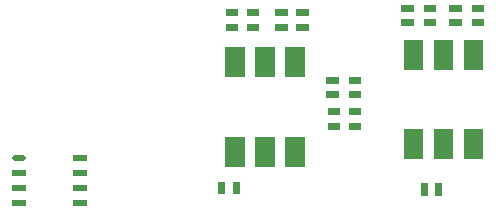
<source format=gbr>
G04 start of page 13 for group -4015 idx -4015
G04 Title: RX Daughterboard, toppaste *
G04 Creator: pcb 20070208 *
G04 CreationDate: Mon Dec 24 21:51:39 2007 UTC *
G04 For: matt *
G04 Format: Gerber/RS-274X *
G04 PCB-Dimensions: 275000 250000 *
G04 PCB-Coordinate-Origin: lower left *
%MOIN*%
%FSLAX24Y24*%
%LNFRONTPASTE*%
%ADD20C,0.0200*%
%ADD21R,0.0650X0.0650*%
%ADD22R,0.0240X0.0240*%
%ADD23R,0.0200X0.0200*%
G54D20*X8660Y5000D02*X8940D01*
G54D23*X8660Y4500D02*X8940D01*
X8660Y4000D02*X8940D01*
X8660Y3500D02*X8940D01*
X10700D02*X10980D01*
X10700Y4000D02*X10980D01*
X10700Y4500D02*X10980D01*
X10700Y5000D02*X10980D01*
G54D22*X16510Y9840D02*X16690D01*
X16510Y9360D02*X16690D01*
X15810D02*X15990D01*
X15810Y9840D02*X15990D01*
G54D21*X16000Y5380D02*Y5030D01*
X17000Y5380D02*Y5030D01*
X18000Y5380D02*Y5030D01*
Y8370D02*Y8020D01*
X17000Y8370D02*Y8020D01*
X16000Y8370D02*Y8020D01*
G54D22*X19910Y6540D02*X20090D01*
X19910Y6060D02*X20090D01*
X19160Y7590D02*X19340D01*
X19160Y7110D02*X19340D01*
X19210Y6540D02*X19390D01*
X19210Y6060D02*X19390D01*
X19910Y7590D02*X20090D01*
X19910Y7110D02*X20090D01*
X22310Y4040D02*Y3860D01*
X22790Y4040D02*Y3860D01*
X22410Y9990D02*X22590D01*
X22410Y9510D02*X22590D01*
X23260Y9990D02*X23440D01*
X23260Y9510D02*X23440D01*
X21660D02*X21840D01*
X21660Y9990D02*X21840D01*
X18160Y9360D02*X18340D01*
X18160Y9840D02*X18340D01*
X24010Y9510D02*X24190D01*
X24010Y9990D02*X24190D01*
X17460Y9840D02*X17640D01*
X17460Y9360D02*X17640D01*
G54D21*X21950Y5630D02*Y5280D01*
X22950Y5630D02*Y5280D01*
X23950Y5630D02*Y5280D01*
Y8620D02*Y8270D01*
X22950Y8620D02*Y8270D01*
X21950Y8620D02*Y8270D01*
G54D22*X16040Y4090D02*Y3910D01*
X15560Y4090D02*Y3910D01*
M02*

</source>
